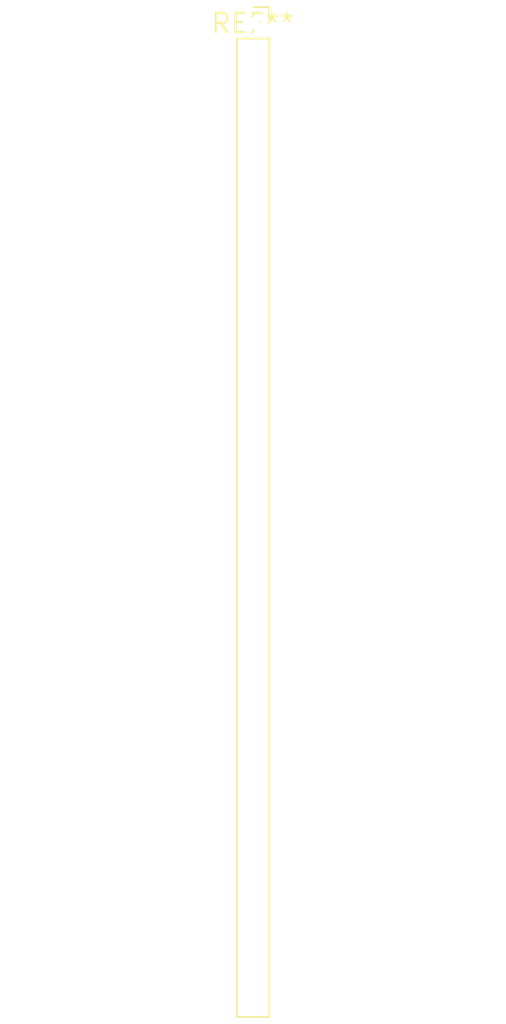
<source format=kicad_pcb>
(kicad_pcb (version 20240108) (generator pcbnew)
  (layers (0 "F.Cu" signal) (31 "B.Cu" signal) (34 "B.Paste" user) (35 "F.Paste" user) (36 "B.SilkS" user "B.Silkscreen") (37 "F.SilkS" user "F.Silkscreen") (38 "B.Mask" user) (39 "F.Mask" user) (44 "Edge.Cuts" user))
  (net 0 "")
  (footprint "PinSocket_1x33_P2.00mm_Vertical" (layer "F.Cu") (at 0 0)
    (property "Reference" "REF**")
    (property "Value" "PinSocket_1x33_P2.00mm_Vertical")
    (fp_line (start -1.06 1) (end -1.06 65.06) (layer "F.SilkS") (stroke (width 0.12)))
    (fp_line (start -1.06 1) (end 1.06 1) (layer "F.SilkS") (stroke (width 0.12)))
    (fp_line (start -1.06 65.06) (end 1.06 65.06) (layer "F.SilkS") (stroke (width 0.12)))
    (fp_line (start 0 -1.06) (end 1.06 -1.06) (layer "F.SilkS") (stroke (width 0.12)))
    (fp_line (start 1.06 -1.06) (end 1.06 0) (layer "F.SilkS") (stroke (width 0.12)))
    (fp_line (start 1.06 1) (end 1.06 65.06) (layer "F.SilkS") (stroke (width 0.12)))
    (pad "1" thru_hole rect (at 0 0) (size 1.35 1.35) (drill 0.8) (layers *.Cu *.Mask) (remove_unused_layers))
    (pad "2" thru_hole oval (at 0 2) (size 1.35 1.35) (drill 0.8) (layers *.Cu *.Mask) (remove_unused_layers))
    (pad "3" thru_hole oval (at 0 4) (size 1.35 1.35) (drill 0.8) (layers *.Cu *.Mask) (remove_unused_layers))
    (pad "4" thru_hole oval (at 0 6) (size 1.35 1.35) (drill 0.8) (layers *.Cu *.Mask) (remove_unused_layers))
    (pad "5" thru_hole oval (at 0 8) (size 1.35 1.35) (drill 0.8) (layers *.Cu *.Mask) (remove_unused_layers))
    (pad "6" thru_hole oval (at 0 10) (size 1.35 1.35) (drill 0.8) (layers *.Cu *.Mask) (remove_unused_layers))
    (pad "7" thru_hole oval (at 0 12) (size 1.35 1.35) (drill 0.8) (layers *.Cu *.Mask) (remove_unused_layers))
    (pad "8" thru_hole oval (at 0 14) (size 1.35 1.35) (drill 0.8) (layers *.Cu *.Mask) (remove_unused_layers))
    (pad "9" thru_hole oval (at 0 16) (size 1.35 1.35) (drill 0.8) (layers *.Cu *.Mask) (remove_unused_layers))
    (pad "10" thru_hole oval (at 0 18) (size 1.35 1.35) (drill 0.8) (layers *.Cu *.Mask) (remove_unused_layers))
    (pad "11" thru_hole oval (at 0 20) (size 1.35 1.35) (drill 0.8) (layers *.Cu *.Mask) (remove_unused_layers))
    (pad "12" thru_hole oval (at 0 22) (size 1.35 1.35) (drill 0.8) (layers *.Cu *.Mask) (remove_unused_layers))
    (pad "13" thru_hole oval (at 0 24) (size 1.35 1.35) (drill 0.8) (layers *.Cu *.Mask) (remove_unused_layers))
    (pad "14" thru_hole oval (at 0 26) (size 1.35 1.35) (drill 0.8) (layers *.Cu *.Mask) (remove_unused_layers))
    (pad "15" thru_hole oval (at 0 28) (size 1.35 1.35) (drill 0.8) (layers *.Cu *.Mask) (remove_unused_layers))
    (pad "16" thru_hole oval (at 0 30) (size 1.35 1.35) (drill 0.8) (layers *.Cu *.Mask) (remove_unused_layers))
    (pad "17" thru_hole oval (at 0 32) (size 1.35 1.35) (drill 0.8) (layers *.Cu *.Mask) (remove_unused_layers))
    (pad "18" thru_hole oval (at 0 34) (size 1.35 1.35) (drill 0.8) (layers *.Cu *.Mask) (remove_unused_layers))
    (pad "19" thru_hole oval (at 0 36) (size 1.35 1.35) (drill 0.8) (layers *.Cu *.Mask) (remove_unused_layers))
    (pad "20" thru_hole oval (at 0 38) (size 1.35 1.35) (drill 0.8) (layers *.Cu *.Mask) (remove_unused_layers))
    (pad "21" thru_hole oval (at 0 40) (size 1.35 1.35) (drill 0.8) (layers *.Cu *.Mask) (remove_unused_layers))
    (pad "22" thru_hole oval (at 0 42) (size 1.35 1.35) (drill 0.8) (layers *.Cu *.Mask) (remove_unused_layers))
    (pad "23" thru_hole oval (at 0 44) (size 1.35 1.35) (drill 0.8) (layers *.Cu *.Mask) (remove_unused_layers))
    (pad "24" thru_hole oval (at 0 46) (size 1.35 1.35) (drill 0.8) (layers *.Cu *.Mask) (remove_unused_layers))
    (pad "25" thru_hole oval (at 0 48) (size 1.35 1.35) (drill 0.8) (layers *.Cu *.Mask) (remove_unused_layers))
    (pad "26" thru_hole oval (at 0 50) (size 1.35 1.35) (drill 0.8) (layers *.Cu *.Mask) (remove_unused_layers))
    (pad "27" thru_hole oval (at 0 52) (size 1.35 1.35) (drill 0.8) (layers *.Cu *.Mask) (remove_unused_layers))
    (pad "28" thru_hole oval (at 0 54) (size 1.35 1.35) (drill 0.8) (layers *.Cu *.Mask) (remove_unused_layers))
    (pad "29" thru_hole oval (at 0 56) (size 1.35 1.35) (drill 0.8) (layers *.Cu *.Mask) (remove_unused_layers))
    (pad "30" thru_hole oval (at 0 58) (size 1.35 1.35) (drill 0.8) (layers *.Cu *.Mask) (remove_unused_layers))
    (pad "31" thru_hole oval (at 0 60) (size 1.35 1.35) (drill 0.8) (layers *.Cu *.Mask) (remove_unused_layers))
    (pad "32" thru_hole oval (at 0 62) (size 1.35 1.35) (drill 0.8) (layers *.Cu *.Mask) (remove_unused_layers))
    (pad "33" thru_hole oval (at 0 64) (size 1.35 1.35) (drill 0.8) (layers *.Cu *.Mask) (remove_unused_layers))
  )
)
</source>
